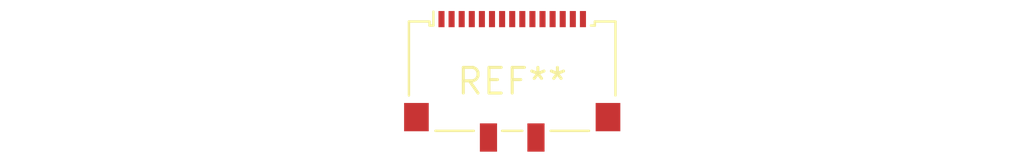
<source format=kicad_pcb>
(kicad_pcb (version 20240108) (generator pcbnew)
  (layers (0 "F.Cu" signal) (31 "B.Cu" signal) (34 "B.Paste" user) (35 "F.Paste" user) (36 "B.SilkS" user "B.Silkscreen") (37 "F.SilkS" user "F.Silkscreen") (38 "B.Mask" user) (39 "F.Mask" user) (44 "Edge.Cuts" user))
  (net 0 "")
  (footprint "Molex_502244-1530_1x15-1MP_P0.5mm_Horizontal" (layer "F.Cu") (at 0 0)
    (property "Reference" "REF**")
    (property "Value" "Molex_502244-1530_1x15-1MP_P0.5mm_Horizontal")
    (fp_line (start -5.11 -2.96) (end -4.1 -2.96) (layer "F.SilkS") (stroke (width 0.12)))
    (fp_line (start -5.11 0.7) (end -5.11 -2.96) (layer "F.SilkS") (stroke (width 0.12)))
    (fp_line (start -4.09 -2.76) (end -4.09 -2.96) (layer "F.SilkS") (stroke (width 0.12)))
    (fp_line (start -4.09 -2.76) (end -3.9 -2.76) (layer "F.SilkS") (stroke (width 0.12)))
    (fp_line (start -3.9 -2.76) (end -3.9 -3.45) (layer "F.SilkS") (stroke (width 0.12)))
    (fp_line (start -3.8 2.45) (end -1.9 2.45) (layer "F.SilkS") (stroke (width 0.12)))
    (fp_line (start -0.5 2.45) (end 0.5 2.45) (layer "F.SilkS") (stroke (width 0.12)))
    (fp_line (start 1.9 2.45) (end 3.8 2.45) (layer "F.SilkS") (stroke (width 0.12)))
    (fp_line (start 4.09 -2.96) (end 4.09 -2.76) (layer "F.SilkS") (stroke (width 0.12)))
    (fp_line (start 4.09 -2.76) (end 3.9 -2.76) (layer "F.SilkS") (stroke (width 0.12)))
    (fp_line (start 4.1 -2.96) (end 5.11 -2.96) (layer "F.SilkS") (stroke (width 0.12)))
    (fp_line (start 5.11 -2.96) (end 5.11 0.7) (layer "F.SilkS") (stroke (width 0.12)))
    (pad "1" smd rect (at -3.5 -3.08) (size 0.3 0.8) (layers "F.Cu" "F.Paste" "F.Mask"))
    (pad "2" smd rect (at -3 -3.08) (size 0.3 0.8) (layers "F.Cu" "F.Paste" "F.Mask"))
    (pad "3" smd rect (at -2.5 -3.08) (size 0.3 0.8) (layers "F.Cu" "F.Paste" "F.Mask"))
    (pad "4" smd rect (at -2 -3.08) (size 0.3 0.8) (layers "F.Cu" "F.Paste" "F.Mask"))
    (pad "5" smd rect (at -1.5 -3.08) (size 0.3 0.8) (layers "F.Cu" "F.Paste" "F.Mask"))
    (pad "6" smd rect (at -1 -3.08) (size 0.3 0.8) (layers "F.Cu" "F.Paste" "F.Mask"))
    (pad "7" smd rect (at -0.5 -3.08) (size 0.3 0.8) (layers "F.Cu" "F.Paste" "F.Mask"))
    (pad "8" smd rect (at 0 -3.08) (size 0.3 0.8) (layers "F.Cu" "F.Paste" "F.Mask"))
    (pad "9" smd rect (at 0.5 -3.08) (size 0.3 0.8) (layers "F.Cu" "F.Paste" "F.Mask"))
    (pad "10" smd rect (at 1 -3.08) (size 0.3 0.8) (layers "F.Cu" "F.Paste" "F.Mask"))
    (pad "11" smd rect (at 1.5 -3.08) (size 0.3 0.8) (layers "F.Cu" "F.Paste" "F.Mask"))
    (pad "12" smd rect (at 2 -3.08) (size 0.3 0.8) (layers "F.Cu" "F.Paste" "F.Mask"))
    (pad "13" smd rect (at 2.5 -3.08) (size 0.3 0.8) (layers "F.Cu" "F.Paste" "F.Mask"))
    (pad "14" smd rect (at 3 -3.08) (size 0.3 0.8) (layers "F.Cu" "F.Paste" "F.Mask"))
    (pad "15" smd rect (at 3.5 -3.08) (size 0.3 0.8) (layers "F.Cu" "F.Paste" "F.Mask"))
    (pad "MP" smd rect (at -4.74 1.77) (size 1.22 1.4) (layers "F.Cu" "F.Paste" "F.Mask"))
    (pad "MP" smd rect (at -1.175 2.78) (size 0.85 1.4) (layers "F.Cu" "F.Paste" "F.Mask"))
    (pad "MP" smd rect (at 1.175 2.78) (size 0.85 1.4) (layers "F.Cu" "F.Paste" "F.Mask"))
    (pad "MP" smd rect (at 4.74 1.77) (size 1.22 1.4) (layers "F.Cu" "F.Paste" "F.Mask"))
  )
)
</source>
